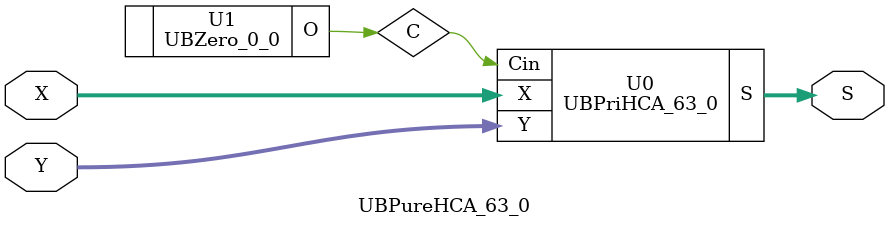
<source format=v>
/*----------------------------------------------------------------------------
  Copyright (c) 2021 Homma laboratory. All rights reserved.

  Top module: UBHCA_15_0_63_0

  Operand-1 length: 16
  Operand-2 length: 64
  Two-operand addition algorithm: Han-Carlson adder
----------------------------------------------------------------------------*/

module UB1DCON_0(O, I);
  output O;
  input I;
  assign O = I;
endmodule

module UB1DCON_1(O, I);
  output O;
  input I;
  assign O = I;
endmodule

module UB1DCON_2(O, I);
  output O;
  input I;
  assign O = I;
endmodule

module UB1DCON_3(O, I);
  output O;
  input I;
  assign O = I;
endmodule

module UB1DCON_4(O, I);
  output O;
  input I;
  assign O = I;
endmodule

module UB1DCON_5(O, I);
  output O;
  input I;
  assign O = I;
endmodule

module UB1DCON_6(O, I);
  output O;
  input I;
  assign O = I;
endmodule

module UB1DCON_7(O, I);
  output O;
  input I;
  assign O = I;
endmodule

module UB1DCON_8(O, I);
  output O;
  input I;
  assign O = I;
endmodule

module UB1DCON_9(O, I);
  output O;
  input I;
  assign O = I;
endmodule

module UB1DCON_10(O, I);
  output O;
  input I;
  assign O = I;
endmodule

module UB1DCON_11(O, I);
  output O;
  input I;
  assign O = I;
endmodule

module UB1DCON_12(O, I);
  output O;
  input I;
  assign O = I;
endmodule

module UB1DCON_13(O, I);
  output O;
  input I;
  assign O = I;
endmodule

module UB1DCON_14(O, I);
  output O;
  input I;
  assign O = I;
endmodule

module UB1DCON_15(O, I);
  output O;
  input I;
  assign O = I;
endmodule

module UBZero_63_16(O);
  output [63:16] O;
  assign O[16] = 0;
  assign O[17] = 0;
  assign O[18] = 0;
  assign O[19] = 0;
  assign O[20] = 0;
  assign O[21] = 0;
  assign O[22] = 0;
  assign O[23] = 0;
  assign O[24] = 0;
  assign O[25] = 0;
  assign O[26] = 0;
  assign O[27] = 0;
  assign O[28] = 0;
  assign O[29] = 0;
  assign O[30] = 0;
  assign O[31] = 0;
  assign O[32] = 0;
  assign O[33] = 0;
  assign O[34] = 0;
  assign O[35] = 0;
  assign O[36] = 0;
  assign O[37] = 0;
  assign O[38] = 0;
  assign O[39] = 0;
  assign O[40] = 0;
  assign O[41] = 0;
  assign O[42] = 0;
  assign O[43] = 0;
  assign O[44] = 0;
  assign O[45] = 0;
  assign O[46] = 0;
  assign O[47] = 0;
  assign O[48] = 0;
  assign O[49] = 0;
  assign O[50] = 0;
  assign O[51] = 0;
  assign O[52] = 0;
  assign O[53] = 0;
  assign O[54] = 0;
  assign O[55] = 0;
  assign O[56] = 0;
  assign O[57] = 0;
  assign O[58] = 0;
  assign O[59] = 0;
  assign O[60] = 0;
  assign O[61] = 0;
  assign O[62] = 0;
  assign O[63] = 0;
endmodule

module GPGenerator(Go, Po, A, B);
  output Go;
  output Po;
  input A;
  input B;
  assign Go = A & B;
  assign Po = A ^ B;
endmodule

module CarryOperator(Go, Po, Gi1, Pi1, Gi2, Pi2);
  output Go;
  output Po;
  input Gi1;
  input Gi2;
  input Pi1;
  input Pi2;
  assign Go = Gi1 | ( Gi2 & Pi1 );
  assign Po = Pi1 & Pi2;
endmodule

module UBPriHCA_63_0(S, X, Y, Cin);
  output [64:0] S;
  input Cin;
  input [63:0] X;
  input [63:0] Y;
  wire [63:0] G0;
  wire [63:0] G1;
  wire [63:0] G2;
  wire [63:0] G3;
  wire [63:0] G4;
  wire [63:0] G5;
  wire [63:0] G6;
  wire [63:0] G7;
  wire [63:0] P0;
  wire [63:0] P1;
  wire [63:0] P2;
  wire [63:0] P3;
  wire [63:0] P4;
  wire [63:0] P5;
  wire [63:0] P6;
  wire [63:0] P7;
  assign P1[0] = P0[0];
  assign G1[0] = G0[0];
  assign P1[2] = P0[2];
  assign G1[2] = G0[2];
  assign P1[4] = P0[4];
  assign G1[4] = G0[4];
  assign P1[6] = P0[6];
  assign G1[6] = G0[6];
  assign P1[8] = P0[8];
  assign G1[8] = G0[8];
  assign P1[10] = P0[10];
  assign G1[10] = G0[10];
  assign P1[12] = P0[12];
  assign G1[12] = G0[12];
  assign P1[14] = P0[14];
  assign G1[14] = G0[14];
  assign P1[16] = P0[16];
  assign G1[16] = G0[16];
  assign P1[18] = P0[18];
  assign G1[18] = G0[18];
  assign P1[20] = P0[20];
  assign G1[20] = G0[20];
  assign P1[22] = P0[22];
  assign G1[22] = G0[22];
  assign P1[24] = P0[24];
  assign G1[24] = G0[24];
  assign P1[26] = P0[26];
  assign G1[26] = G0[26];
  assign P1[28] = P0[28];
  assign G1[28] = G0[28];
  assign P1[30] = P0[30];
  assign G1[30] = G0[30];
  assign P1[32] = P0[32];
  assign G1[32] = G0[32];
  assign P1[34] = P0[34];
  assign G1[34] = G0[34];
  assign P1[36] = P0[36];
  assign G1[36] = G0[36];
  assign P1[38] = P0[38];
  assign G1[38] = G0[38];
  assign P1[40] = P0[40];
  assign G1[40] = G0[40];
  assign P1[42] = P0[42];
  assign G1[42] = G0[42];
  assign P1[44] = P0[44];
  assign G1[44] = G0[44];
  assign P1[46] = P0[46];
  assign G1[46] = G0[46];
  assign P1[48] = P0[48];
  assign G1[48] = G0[48];
  assign P1[50] = P0[50];
  assign G1[50] = G0[50];
  assign P1[52] = P0[52];
  assign G1[52] = G0[52];
  assign P1[54] = P0[54];
  assign G1[54] = G0[54];
  assign P1[56] = P0[56];
  assign G1[56] = G0[56];
  assign P1[58] = P0[58];
  assign G1[58] = G0[58];
  assign P1[60] = P0[60];
  assign G1[60] = G0[60];
  assign P1[62] = P0[62];
  assign G1[62] = G0[62];
  assign P2[0] = P1[0];
  assign G2[0] = G1[0];
  assign P2[1] = P1[1];
  assign G2[1] = G1[1];
  assign P2[2] = P1[2];
  assign G2[2] = G1[2];
  assign P2[4] = P1[4];
  assign G2[4] = G1[4];
  assign P2[6] = P1[6];
  assign G2[6] = G1[6];
  assign P2[8] = P1[8];
  assign G2[8] = G1[8];
  assign P2[10] = P1[10];
  assign G2[10] = G1[10];
  assign P2[12] = P1[12];
  assign G2[12] = G1[12];
  assign P2[14] = P1[14];
  assign G2[14] = G1[14];
  assign P2[16] = P1[16];
  assign G2[16] = G1[16];
  assign P2[18] = P1[18];
  assign G2[18] = G1[18];
  assign P2[20] = P1[20];
  assign G2[20] = G1[20];
  assign P2[22] = P1[22];
  assign G2[22] = G1[22];
  assign P2[24] = P1[24];
  assign G2[24] = G1[24];
  assign P2[26] = P1[26];
  assign G2[26] = G1[26];
  assign P2[28] = P1[28];
  assign G2[28] = G1[28];
  assign P2[30] = P1[30];
  assign G2[30] = G1[30];
  assign P2[32] = P1[32];
  assign G2[32] = G1[32];
  assign P2[34] = P1[34];
  assign G2[34] = G1[34];
  assign P2[36] = P1[36];
  assign G2[36] = G1[36];
  assign P2[38] = P1[38];
  assign G2[38] = G1[38];
  assign P2[40] = P1[40];
  assign G2[40] = G1[40];
  assign P2[42] = P1[42];
  assign G2[42] = G1[42];
  assign P2[44] = P1[44];
  assign G2[44] = G1[44];
  assign P2[46] = P1[46];
  assign G2[46] = G1[46];
  assign P2[48] = P1[48];
  assign G2[48] = G1[48];
  assign P2[50] = P1[50];
  assign G2[50] = G1[50];
  assign P2[52] = P1[52];
  assign G2[52] = G1[52];
  assign P2[54] = P1[54];
  assign G2[54] = G1[54];
  assign P2[56] = P1[56];
  assign G2[56] = G1[56];
  assign P2[58] = P1[58];
  assign G2[58] = G1[58];
  assign P2[60] = P1[60];
  assign G2[60] = G1[60];
  assign P2[62] = P1[62];
  assign G2[62] = G1[62];
  assign P3[0] = P2[0];
  assign G3[0] = G2[0];
  assign P3[1] = P2[1];
  assign G3[1] = G2[1];
  assign P3[2] = P2[2];
  assign G3[2] = G2[2];
  assign P3[3] = P2[3];
  assign G3[3] = G2[3];
  assign P3[4] = P2[4];
  assign G3[4] = G2[4];
  assign P3[6] = P2[6];
  assign G3[6] = G2[6];
  assign P3[8] = P2[8];
  assign G3[8] = G2[8];
  assign P3[10] = P2[10];
  assign G3[10] = G2[10];
  assign P3[12] = P2[12];
  assign G3[12] = G2[12];
  assign P3[14] = P2[14];
  assign G3[14] = G2[14];
  assign P3[16] = P2[16];
  assign G3[16] = G2[16];
  assign P3[18] = P2[18];
  assign G3[18] = G2[18];
  assign P3[20] = P2[20];
  assign G3[20] = G2[20];
  assign P3[22] = P2[22];
  assign G3[22] = G2[22];
  assign P3[24] = P2[24];
  assign G3[24] = G2[24];
  assign P3[26] = P2[26];
  assign G3[26] = G2[26];
  assign P3[28] = P2[28];
  assign G3[28] = G2[28];
  assign P3[30] = P2[30];
  assign G3[30] = G2[30];
  assign P3[32] = P2[32];
  assign G3[32] = G2[32];
  assign P3[34] = P2[34];
  assign G3[34] = G2[34];
  assign P3[36] = P2[36];
  assign G3[36] = G2[36];
  assign P3[38] = P2[38];
  assign G3[38] = G2[38];
  assign P3[40] = P2[40];
  assign G3[40] = G2[40];
  assign P3[42] = P2[42];
  assign G3[42] = G2[42];
  assign P3[44] = P2[44];
  assign G3[44] = G2[44];
  assign P3[46] = P2[46];
  assign G3[46] = G2[46];
  assign P3[48] = P2[48];
  assign G3[48] = G2[48];
  assign P3[50] = P2[50];
  assign G3[50] = G2[50];
  assign P3[52] = P2[52];
  assign G3[52] = G2[52];
  assign P3[54] = P2[54];
  assign G3[54] = G2[54];
  assign P3[56] = P2[56];
  assign G3[56] = G2[56];
  assign P3[58] = P2[58];
  assign G3[58] = G2[58];
  assign P3[60] = P2[60];
  assign G3[60] = G2[60];
  assign P3[62] = P2[62];
  assign G3[62] = G2[62];
  assign P4[0] = P3[0];
  assign G4[0] = G3[0];
  assign P4[1] = P3[1];
  assign G4[1] = G3[1];
  assign P4[2] = P3[2];
  assign G4[2] = G3[2];
  assign P4[3] = P3[3];
  assign G4[3] = G3[3];
  assign P4[4] = P3[4];
  assign G4[4] = G3[4];
  assign P4[5] = P3[5];
  assign G4[5] = G3[5];
  assign P4[6] = P3[6];
  assign G4[6] = G3[6];
  assign P4[7] = P3[7];
  assign G4[7] = G3[7];
  assign P4[8] = P3[8];
  assign G4[8] = G3[8];
  assign P4[10] = P3[10];
  assign G4[10] = G3[10];
  assign P4[12] = P3[12];
  assign G4[12] = G3[12];
  assign P4[14] = P3[14];
  assign G4[14] = G3[14];
  assign P4[16] = P3[16];
  assign G4[16] = G3[16];
  assign P4[18] = P3[18];
  assign G4[18] = G3[18];
  assign P4[20] = P3[20];
  assign G4[20] = G3[20];
  assign P4[22] = P3[22];
  assign G4[22] = G3[22];
  assign P4[24] = P3[24];
  assign G4[24] = G3[24];
  assign P4[26] = P3[26];
  assign G4[26] = G3[26];
  assign P4[28] = P3[28];
  assign G4[28] = G3[28];
  assign P4[30] = P3[30];
  assign G4[30] = G3[30];
  assign P4[32] = P3[32];
  assign G4[32] = G3[32];
  assign P4[34] = P3[34];
  assign G4[34] = G3[34];
  assign P4[36] = P3[36];
  assign G4[36] = G3[36];
  assign P4[38] = P3[38];
  assign G4[38] = G3[38];
  assign P4[40] = P3[40];
  assign G4[40] = G3[40];
  assign P4[42] = P3[42];
  assign G4[42] = G3[42];
  assign P4[44] = P3[44];
  assign G4[44] = G3[44];
  assign P4[46] = P3[46];
  assign G4[46] = G3[46];
  assign P4[48] = P3[48];
  assign G4[48] = G3[48];
  assign P4[50] = P3[50];
  assign G4[50] = G3[50];
  assign P4[52] = P3[52];
  assign G4[52] = G3[52];
  assign P4[54] = P3[54];
  assign G4[54] = G3[54];
  assign P4[56] = P3[56];
  assign G4[56] = G3[56];
  assign P4[58] = P3[58];
  assign G4[58] = G3[58];
  assign P4[60] = P3[60];
  assign G4[60] = G3[60];
  assign P4[62] = P3[62];
  assign G4[62] = G3[62];
  assign P5[0] = P4[0];
  assign G5[0] = G4[0];
  assign P5[1] = P4[1];
  assign G5[1] = G4[1];
  assign P5[2] = P4[2];
  assign G5[2] = G4[2];
  assign P5[3] = P4[3];
  assign G5[3] = G4[3];
  assign P5[4] = P4[4];
  assign G5[4] = G4[4];
  assign P5[5] = P4[5];
  assign G5[5] = G4[5];
  assign P5[6] = P4[6];
  assign G5[6] = G4[6];
  assign P5[7] = P4[7];
  assign G5[7] = G4[7];
  assign P5[8] = P4[8];
  assign G5[8] = G4[8];
  assign P5[9] = P4[9];
  assign G5[9] = G4[9];
  assign P5[10] = P4[10];
  assign G5[10] = G4[10];
  assign P5[11] = P4[11];
  assign G5[11] = G4[11];
  assign P5[12] = P4[12];
  assign G5[12] = G4[12];
  assign P5[13] = P4[13];
  assign G5[13] = G4[13];
  assign P5[14] = P4[14];
  assign G5[14] = G4[14];
  assign P5[15] = P4[15];
  assign G5[15] = G4[15];
  assign P5[16] = P4[16];
  assign G5[16] = G4[16];
  assign P5[18] = P4[18];
  assign G5[18] = G4[18];
  assign P5[20] = P4[20];
  assign G5[20] = G4[20];
  assign P5[22] = P4[22];
  assign G5[22] = G4[22];
  assign P5[24] = P4[24];
  assign G5[24] = G4[24];
  assign P5[26] = P4[26];
  assign G5[26] = G4[26];
  assign P5[28] = P4[28];
  assign G5[28] = G4[28];
  assign P5[30] = P4[30];
  assign G5[30] = G4[30];
  assign P5[32] = P4[32];
  assign G5[32] = G4[32];
  assign P5[34] = P4[34];
  assign G5[34] = G4[34];
  assign P5[36] = P4[36];
  assign G5[36] = G4[36];
  assign P5[38] = P4[38];
  assign G5[38] = G4[38];
  assign P5[40] = P4[40];
  assign G5[40] = G4[40];
  assign P5[42] = P4[42];
  assign G5[42] = G4[42];
  assign P5[44] = P4[44];
  assign G5[44] = G4[44];
  assign P5[46] = P4[46];
  assign G5[46] = G4[46];
  assign P5[48] = P4[48];
  assign G5[48] = G4[48];
  assign P5[50] = P4[50];
  assign G5[50] = G4[50];
  assign P5[52] = P4[52];
  assign G5[52] = G4[52];
  assign P5[54] = P4[54];
  assign G5[54] = G4[54];
  assign P5[56] = P4[56];
  assign G5[56] = G4[56];
  assign P5[58] = P4[58];
  assign G5[58] = G4[58];
  assign P5[60] = P4[60];
  assign G5[60] = G4[60];
  assign P5[62] = P4[62];
  assign G5[62] = G4[62];
  assign P6[0] = P5[0];
  assign G6[0] = G5[0];
  assign P6[1] = P5[1];
  assign G6[1] = G5[1];
  assign P6[2] = P5[2];
  assign G6[2] = G5[2];
  assign P6[3] = P5[3];
  assign G6[3] = G5[3];
  assign P6[4] = P5[4];
  assign G6[4] = G5[4];
  assign P6[5] = P5[5];
  assign G6[5] = G5[5];
  assign P6[6] = P5[6];
  assign G6[6] = G5[6];
  assign P6[7] = P5[7];
  assign G6[7] = G5[7];
  assign P6[8] = P5[8];
  assign G6[8] = G5[8];
  assign P6[9] = P5[9];
  assign G6[9] = G5[9];
  assign P6[10] = P5[10];
  assign G6[10] = G5[10];
  assign P6[11] = P5[11];
  assign G6[11] = G5[11];
  assign P6[12] = P5[12];
  assign G6[12] = G5[12];
  assign P6[13] = P5[13];
  assign G6[13] = G5[13];
  assign P6[14] = P5[14];
  assign G6[14] = G5[14];
  assign P6[15] = P5[15];
  assign G6[15] = G5[15];
  assign P6[16] = P5[16];
  assign G6[16] = G5[16];
  assign P6[17] = P5[17];
  assign G6[17] = G5[17];
  assign P6[18] = P5[18];
  assign G6[18] = G5[18];
  assign P6[19] = P5[19];
  assign G6[19] = G5[19];
  assign P6[20] = P5[20];
  assign G6[20] = G5[20];
  assign P6[21] = P5[21];
  assign G6[21] = G5[21];
  assign P6[22] = P5[22];
  assign G6[22] = G5[22];
  assign P6[23] = P5[23];
  assign G6[23] = G5[23];
  assign P6[24] = P5[24];
  assign G6[24] = G5[24];
  assign P6[25] = P5[25];
  assign G6[25] = G5[25];
  assign P6[26] = P5[26];
  assign G6[26] = G5[26];
  assign P6[27] = P5[27];
  assign G6[27] = G5[27];
  assign P6[28] = P5[28];
  assign G6[28] = G5[28];
  assign P6[29] = P5[29];
  assign G6[29] = G5[29];
  assign P6[30] = P5[30];
  assign G6[30] = G5[30];
  assign P6[31] = P5[31];
  assign G6[31] = G5[31];
  assign P6[32] = P5[32];
  assign G6[32] = G5[32];
  assign P6[34] = P5[34];
  assign G6[34] = G5[34];
  assign P6[36] = P5[36];
  assign G6[36] = G5[36];
  assign P6[38] = P5[38];
  assign G6[38] = G5[38];
  assign P6[40] = P5[40];
  assign G6[40] = G5[40];
  assign P6[42] = P5[42];
  assign G6[42] = G5[42];
  assign P6[44] = P5[44];
  assign G6[44] = G5[44];
  assign P6[46] = P5[46];
  assign G6[46] = G5[46];
  assign P6[48] = P5[48];
  assign G6[48] = G5[48];
  assign P6[50] = P5[50];
  assign G6[50] = G5[50];
  assign P6[52] = P5[52];
  assign G6[52] = G5[52];
  assign P6[54] = P5[54];
  assign G6[54] = G5[54];
  assign P6[56] = P5[56];
  assign G6[56] = G5[56];
  assign P6[58] = P5[58];
  assign G6[58] = G5[58];
  assign P6[60] = P5[60];
  assign G6[60] = G5[60];
  assign P6[62] = P5[62];
  assign G6[62] = G5[62];
  assign P7[0] = P6[0];
  assign G7[0] = G6[0];
  assign P7[1] = P6[1];
  assign G7[1] = G6[1];
  assign P7[3] = P6[3];
  assign G7[3] = G6[3];
  assign P7[5] = P6[5];
  assign G7[5] = G6[5];
  assign P7[7] = P6[7];
  assign G7[7] = G6[7];
  assign P7[9] = P6[9];
  assign G7[9] = G6[9];
  assign P7[11] = P6[11];
  assign G7[11] = G6[11];
  assign P7[13] = P6[13];
  assign G7[13] = G6[13];
  assign P7[15] = P6[15];
  assign G7[15] = G6[15];
  assign P7[17] = P6[17];
  assign G7[17] = G6[17];
  assign P7[19] = P6[19];
  assign G7[19] = G6[19];
  assign P7[21] = P6[21];
  assign G7[21] = G6[21];
  assign P7[23] = P6[23];
  assign G7[23] = G6[23];
  assign P7[25] = P6[25];
  assign G7[25] = G6[25];
  assign P7[27] = P6[27];
  assign G7[27] = G6[27];
  assign P7[29] = P6[29];
  assign G7[29] = G6[29];
  assign P7[31] = P6[31];
  assign G7[31] = G6[31];
  assign P7[33] = P6[33];
  assign G7[33] = G6[33];
  assign P7[35] = P6[35];
  assign G7[35] = G6[35];
  assign P7[37] = P6[37];
  assign G7[37] = G6[37];
  assign P7[39] = P6[39];
  assign G7[39] = G6[39];
  assign P7[41] = P6[41];
  assign G7[41] = G6[41];
  assign P7[43] = P6[43];
  assign G7[43] = G6[43];
  assign P7[45] = P6[45];
  assign G7[45] = G6[45];
  assign P7[47] = P6[47];
  assign G7[47] = G6[47];
  assign P7[49] = P6[49];
  assign G7[49] = G6[49];
  assign P7[51] = P6[51];
  assign G7[51] = G6[51];
  assign P7[53] = P6[53];
  assign G7[53] = G6[53];
  assign P7[55] = P6[55];
  assign G7[55] = G6[55];
  assign P7[57] = P6[57];
  assign G7[57] = G6[57];
  assign P7[59] = P6[59];
  assign G7[59] = G6[59];
  assign P7[61] = P6[61];
  assign G7[61] = G6[61];
  assign P7[63] = P6[63];
  assign G7[63] = G6[63];
  assign S[0] = Cin ^ P0[0];
  assign S[1] = ( G7[0] | ( P7[0] & Cin ) ) ^ P0[1];
  assign S[2] = ( G7[1] | ( P7[1] & Cin ) ) ^ P0[2];
  assign S[3] = ( G7[2] | ( P7[2] & Cin ) ) ^ P0[3];
  assign S[4] = ( G7[3] | ( P7[3] & Cin ) ) ^ P0[4];
  assign S[5] = ( G7[4] | ( P7[4] & Cin ) ) ^ P0[5];
  assign S[6] = ( G7[5] | ( P7[5] & Cin ) ) ^ P0[6];
  assign S[7] = ( G7[6] | ( P7[6] & Cin ) ) ^ P0[7];
  assign S[8] = ( G7[7] | ( P7[7] & Cin ) ) ^ P0[8];
  assign S[9] = ( G7[8] | ( P7[8] & Cin ) ) ^ P0[9];
  assign S[10] = ( G7[9] | ( P7[9] & Cin ) ) ^ P0[10];
  assign S[11] = ( G7[10] | ( P7[10] & Cin ) ) ^ P0[11];
  assign S[12] = ( G7[11] | ( P7[11] & Cin ) ) ^ P0[12];
  assign S[13] = ( G7[12] | ( P7[12] & Cin ) ) ^ P0[13];
  assign S[14] = ( G7[13] | ( P7[13] & Cin ) ) ^ P0[14];
  assign S[15] = ( G7[14] | ( P7[14] & Cin ) ) ^ P0[15];
  assign S[16] = ( G7[15] | ( P7[15] & Cin ) ) ^ P0[16];
  assign S[17] = ( G7[16] | ( P7[16] & Cin ) ) ^ P0[17];
  assign S[18] = ( G7[17] | ( P7[17] & Cin ) ) ^ P0[18];
  assign S[19] = ( G7[18] | ( P7[18] & Cin ) ) ^ P0[19];
  assign S[20] = ( G7[19] | ( P7[19] & Cin ) ) ^ P0[20];
  assign S[21] = ( G7[20] | ( P7[20] & Cin ) ) ^ P0[21];
  assign S[22] = ( G7[21] | ( P7[21] & Cin ) ) ^ P0[22];
  assign S[23] = ( G7[22] | ( P7[22] & Cin ) ) ^ P0[23];
  assign S[24] = ( G7[23] | ( P7[23] & Cin ) ) ^ P0[24];
  assign S[25] = ( G7[24] | ( P7[24] & Cin ) ) ^ P0[25];
  assign S[26] = ( G7[25] | ( P7[25] & Cin ) ) ^ P0[26];
  assign S[27] = ( G7[26] | ( P7[26] & Cin ) ) ^ P0[27];
  assign S[28] = ( G7[27] | ( P7[27] & Cin ) ) ^ P0[28];
  assign S[29] = ( G7[28] | ( P7[28] & Cin ) ) ^ P0[29];
  assign S[30] = ( G7[29] | ( P7[29] & Cin ) ) ^ P0[30];
  assign S[31] = ( G7[30] | ( P7[30] & Cin ) ) ^ P0[31];
  assign S[32] = ( G7[31] | ( P7[31] & Cin ) ) ^ P0[32];
  assign S[33] = ( G7[32] | ( P7[32] & Cin ) ) ^ P0[33];
  assign S[34] = ( G7[33] | ( P7[33] & Cin ) ) ^ P0[34];
  assign S[35] = ( G7[34] | ( P7[34] & Cin ) ) ^ P0[35];
  assign S[36] = ( G7[35] | ( P7[35] & Cin ) ) ^ P0[36];
  assign S[37] = ( G7[36] | ( P7[36] & Cin ) ) ^ P0[37];
  assign S[38] = ( G7[37] | ( P7[37] & Cin ) ) ^ P0[38];
  assign S[39] = ( G7[38] | ( P7[38] & Cin ) ) ^ P0[39];
  assign S[40] = ( G7[39] | ( P7[39] & Cin ) ) ^ P0[40];
  assign S[41] = ( G7[40] | ( P7[40] & Cin ) ) ^ P0[41];
  assign S[42] = ( G7[41] | ( P7[41] & Cin ) ) ^ P0[42];
  assign S[43] = ( G7[42] | ( P7[42] & Cin ) ) ^ P0[43];
  assign S[44] = ( G7[43] | ( P7[43] & Cin ) ) ^ P0[44];
  assign S[45] = ( G7[44] | ( P7[44] & Cin ) ) ^ P0[45];
  assign S[46] = ( G7[45] | ( P7[45] & Cin ) ) ^ P0[46];
  assign S[47] = ( G7[46] | ( P7[46] & Cin ) ) ^ P0[47];
  assign S[48] = ( G7[47] | ( P7[47] & Cin ) ) ^ P0[48];
  assign S[49] = ( G7[48] | ( P7[48] & Cin ) ) ^ P0[49];
  assign S[50] = ( G7[49] | ( P7[49] & Cin ) ) ^ P0[50];
  assign S[51] = ( G7[50] | ( P7[50] & Cin ) ) ^ P0[51];
  assign S[52] = ( G7[51] | ( P7[51] & Cin ) ) ^ P0[52];
  assign S[53] = ( G7[52] | ( P7[52] & Cin ) ) ^ P0[53];
  assign S[54] = ( G7[53] | ( P7[53] & Cin ) ) ^ P0[54];
  assign S[55] = ( G7[54] | ( P7[54] & Cin ) ) ^ P0[55];
  assign S[56] = ( G7[55] | ( P7[55] & Cin ) ) ^ P0[56];
  assign S[57] = ( G7[56] | ( P7[56] & Cin ) ) ^ P0[57];
  assign S[58] = ( G7[57] | ( P7[57] & Cin ) ) ^ P0[58];
  assign S[59] = ( G7[58] | ( P7[58] & Cin ) ) ^ P0[59];
  assign S[60] = ( G7[59] | ( P7[59] & Cin ) ) ^ P0[60];
  assign S[61] = ( G7[60] | ( P7[60] & Cin ) ) ^ P0[61];
  assign S[62] = ( G7[61] | ( P7[61] & Cin ) ) ^ P0[62];
  assign S[63] = ( G7[62] | ( P7[62] & Cin ) ) ^ P0[63];
  assign S[64] = G7[63] | ( P7[63] & Cin );
  GPGenerator U0 (G0[0], P0[0], X[0], Y[0]);
  GPGenerator U1 (G0[1], P0[1], X[1], Y[1]);
  GPGenerator U2 (G0[2], P0[2], X[2], Y[2]);
  GPGenerator U3 (G0[3], P0[3], X[3], Y[3]);
  GPGenerator U4 (G0[4], P0[4], X[4], Y[4]);
  GPGenerator U5 (G0[5], P0[5], X[5], Y[5]);
  GPGenerator U6 (G0[6], P0[6], X[6], Y[6]);
  GPGenerator U7 (G0[7], P0[7], X[7], Y[7]);
  GPGenerator U8 (G0[8], P0[8], X[8], Y[8]);
  GPGenerator U9 (G0[9], P0[9], X[9], Y[9]);
  GPGenerator U10 (G0[10], P0[10], X[10], Y[10]);
  GPGenerator U11 (G0[11], P0[11], X[11], Y[11]);
  GPGenerator U12 (G0[12], P0[12], X[12], Y[12]);
  GPGenerator U13 (G0[13], P0[13], X[13], Y[13]);
  GPGenerator U14 (G0[14], P0[14], X[14], Y[14]);
  GPGenerator U15 (G0[15], P0[15], X[15], Y[15]);
  GPGenerator U16 (G0[16], P0[16], X[16], Y[16]);
  GPGenerator U17 (G0[17], P0[17], X[17], Y[17]);
  GPGenerator U18 (G0[18], P0[18], X[18], Y[18]);
  GPGenerator U19 (G0[19], P0[19], X[19], Y[19]);
  GPGenerator U20 (G0[20], P0[20], X[20], Y[20]);
  GPGenerator U21 (G0[21], P0[21], X[21], Y[21]);
  GPGenerator U22 (G0[22], P0[22], X[22], Y[22]);
  GPGenerator U23 (G0[23], P0[23], X[23], Y[23]);
  GPGenerator U24 (G0[24], P0[24], X[24], Y[24]);
  GPGenerator U25 (G0[25], P0[25], X[25], Y[25]);
  GPGenerator U26 (G0[26], P0[26], X[26], Y[26]);
  GPGenerator U27 (G0[27], P0[27], X[27], Y[27]);
  GPGenerator U28 (G0[28], P0[28], X[28], Y[28]);
  GPGenerator U29 (G0[29], P0[29], X[29], Y[29]);
  GPGenerator U30 (G0[30], P0[30], X[30], Y[30]);
  GPGenerator U31 (G0[31], P0[31], X[31], Y[31]);
  GPGenerator U32 (G0[32], P0[32], X[32], Y[32]);
  GPGenerator U33 (G0[33], P0[33], X[33], Y[33]);
  GPGenerator U34 (G0[34], P0[34], X[34], Y[34]);
  GPGenerator U35 (G0[35], P0[35], X[35], Y[35]);
  GPGenerator U36 (G0[36], P0[36], X[36], Y[36]);
  GPGenerator U37 (G0[37], P0[37], X[37], Y[37]);
  GPGenerator U38 (G0[38], P0[38], X[38], Y[38]);
  GPGenerator U39 (G0[39], P0[39], X[39], Y[39]);
  GPGenerator U40 (G0[40], P0[40], X[40], Y[40]);
  GPGenerator U41 (G0[41], P0[41], X[41], Y[41]);
  GPGenerator U42 (G0[42], P0[42], X[42], Y[42]);
  GPGenerator U43 (G0[43], P0[43], X[43], Y[43]);
  GPGenerator U44 (G0[44], P0[44], X[44], Y[44]);
  GPGenerator U45 (G0[45], P0[45], X[45], Y[45]);
  GPGenerator U46 (G0[46], P0[46], X[46], Y[46]);
  GPGenerator U47 (G0[47], P0[47], X[47], Y[47]);
  GPGenerator U48 (G0[48], P0[48], X[48], Y[48]);
  GPGenerator U49 (G0[49], P0[49], X[49], Y[49]);
  GPGenerator U50 (G0[50], P0[50], X[50], Y[50]);
  GPGenerator U51 (G0[51], P0[51], X[51], Y[51]);
  GPGenerator U52 (G0[52], P0[52], X[52], Y[52]);
  GPGenerator U53 (G0[53], P0[53], X[53], Y[53]);
  GPGenerator U54 (G0[54], P0[54], X[54], Y[54]);
  GPGenerator U55 (G0[55], P0[55], X[55], Y[55]);
  GPGenerator U56 (G0[56], P0[56], X[56], Y[56]);
  GPGenerator U57 (G0[57], P0[57], X[57], Y[57]);
  GPGenerator U58 (G0[58], P0[58], X[58], Y[58]);
  GPGenerator U59 (G0[59], P0[59], X[59], Y[59]);
  GPGenerator U60 (G0[60], P0[60], X[60], Y[60]);
  GPGenerator U61 (G0[61], P0[61], X[61], Y[61]);
  GPGenerator U62 (G0[62], P0[62], X[62], Y[62]);
  GPGenerator U63 (G0[63], P0[63], X[63], Y[63]);
  CarryOperator U64 (G1[1], P1[1], G0[1], P0[1], G0[0], P0[0]);
  CarryOperator U65 (G1[3], P1[3], G0[3], P0[3], G0[2], P0[2]);
  CarryOperator U66 (G1[5], P1[5], G0[5], P0[5], G0[4], P0[4]);
  CarryOperator U67 (G1[7], P1[7], G0[7], P0[7], G0[6], P0[6]);
  CarryOperator U68 (G1[9], P1[9], G0[9], P0[9], G0[8], P0[8]);
  CarryOperator U69 (G1[11], P1[11], G0[11], P0[11], G0[10], P0[10]);
  CarryOperator U70 (G1[13], P1[13], G0[13], P0[13], G0[12], P0[12]);
  CarryOperator U71 (G1[15], P1[15], G0[15], P0[15], G0[14], P0[14]);
  CarryOperator U72 (G1[17], P1[17], G0[17], P0[17], G0[16], P0[16]);
  CarryOperator U73 (G1[19], P1[19], G0[19], P0[19], G0[18], P0[18]);
  CarryOperator U74 (G1[21], P1[21], G0[21], P0[21], G0[20], P0[20]);
  CarryOperator U75 (G1[23], P1[23], G0[23], P0[23], G0[22], P0[22]);
  CarryOperator U76 (G1[25], P1[25], G0[25], P0[25], G0[24], P0[24]);
  CarryOperator U77 (G1[27], P1[27], G0[27], P0[27], G0[26], P0[26]);
  CarryOperator U78 (G1[29], P1[29], G0[29], P0[29], G0[28], P0[28]);
  CarryOperator U79 (G1[31], P1[31], G0[31], P0[31], G0[30], P0[30]);
  CarryOperator U80 (G1[33], P1[33], G0[33], P0[33], G0[32], P0[32]);
  CarryOperator U81 (G1[35], P1[35], G0[35], P0[35], G0[34], P0[34]);
  CarryOperator U82 (G1[37], P1[37], G0[37], P0[37], G0[36], P0[36]);
  CarryOperator U83 (G1[39], P1[39], G0[39], P0[39], G0[38], P0[38]);
  CarryOperator U84 (G1[41], P1[41], G0[41], P0[41], G0[40], P0[40]);
  CarryOperator U85 (G1[43], P1[43], G0[43], P0[43], G0[42], P0[42]);
  CarryOperator U86 (G1[45], P1[45], G0[45], P0[45], G0[44], P0[44]);
  CarryOperator U87 (G1[47], P1[47], G0[47], P0[47], G0[46], P0[46]);
  CarryOperator U88 (G1[49], P1[49], G0[49], P0[49], G0[48], P0[48]);
  CarryOperator U89 (G1[51], P1[51], G0[51], P0[51], G0[50], P0[50]);
  CarryOperator U90 (G1[53], P1[53], G0[53], P0[53], G0[52], P0[52]);
  CarryOperator U91 (G1[55], P1[55], G0[55], P0[55], G0[54], P0[54]);
  CarryOperator U92 (G1[57], P1[57], G0[57], P0[57], G0[56], P0[56]);
  CarryOperator U93 (G1[59], P1[59], G0[59], P0[59], G0[58], P0[58]);
  CarryOperator U94 (G1[61], P1[61], G0[61], P0[61], G0[60], P0[60]);
  CarryOperator U95 (G1[63], P1[63], G0[63], P0[63], G0[62], P0[62]);
  CarryOperator U96 (G2[3], P2[3], G1[3], P1[3], G1[1], P1[1]);
  CarryOperator U97 (G2[5], P2[5], G1[5], P1[5], G1[3], P1[3]);
  CarryOperator U98 (G2[7], P2[7], G1[7], P1[7], G1[5], P1[5]);
  CarryOperator U99 (G2[9], P2[9], G1[9], P1[9], G1[7], P1[7]);
  CarryOperator U100 (G2[11], P2[11], G1[11], P1[11], G1[9], P1[9]);
  CarryOperator U101 (G2[13], P2[13], G1[13], P1[13], G1[11], P1[11]);
  CarryOperator U102 (G2[15], P2[15], G1[15], P1[15], G1[13], P1[13]);
  CarryOperator U103 (G2[17], P2[17], G1[17], P1[17], G1[15], P1[15]);
  CarryOperator U104 (G2[19], P2[19], G1[19], P1[19], G1[17], P1[17]);
  CarryOperator U105 (G2[21], P2[21], G1[21], P1[21], G1[19], P1[19]);
  CarryOperator U106 (G2[23], P2[23], G1[23], P1[23], G1[21], P1[21]);
  CarryOperator U107 (G2[25], P2[25], G1[25], P1[25], G1[23], P1[23]);
  CarryOperator U108 (G2[27], P2[27], G1[27], P1[27], G1[25], P1[25]);
  CarryOperator U109 (G2[29], P2[29], G1[29], P1[29], G1[27], P1[27]);
  CarryOperator U110 (G2[31], P2[31], G1[31], P1[31], G1[29], P1[29]);
  CarryOperator U111 (G2[33], P2[33], G1[33], P1[33], G1[31], P1[31]);
  CarryOperator U112 (G2[35], P2[35], G1[35], P1[35], G1[33], P1[33]);
  CarryOperator U113 (G2[37], P2[37], G1[37], P1[37], G1[35], P1[35]);
  CarryOperator U114 (G2[39], P2[39], G1[39], P1[39], G1[37], P1[37]);
  CarryOperator U115 (G2[41], P2[41], G1[41], P1[41], G1[39], P1[39]);
  CarryOperator U116 (G2[43], P2[43], G1[43], P1[43], G1[41], P1[41]);
  CarryOperator U117 (G2[45], P2[45], G1[45], P1[45], G1[43], P1[43]);
  CarryOperator U118 (G2[47], P2[47], G1[47], P1[47], G1[45], P1[45]);
  CarryOperator U119 (G2[49], P2[49], G1[49], P1[49], G1[47], P1[47]);
  CarryOperator U120 (G2[51], P2[51], G1[51], P1[51], G1[49], P1[49]);
  CarryOperator U121 (G2[53], P2[53], G1[53], P1[53], G1[51], P1[51]);
  CarryOperator U122 (G2[55], P2[55], G1[55], P1[55], G1[53], P1[53]);
  CarryOperator U123 (G2[57], P2[57], G1[57], P1[57], G1[55], P1[55]);
  CarryOperator U124 (G2[59], P2[59], G1[59], P1[59], G1[57], P1[57]);
  CarryOperator U125 (G2[61], P2[61], G1[61], P1[61], G1[59], P1[59]);
  CarryOperator U126 (G2[63], P2[63], G1[63], P1[63], G1[61], P1[61]);
  CarryOperator U127 (G3[5], P3[5], G2[5], P2[5], G2[1], P2[1]);
  CarryOperator U128 (G3[7], P3[7], G2[7], P2[7], G2[3], P2[3]);
  CarryOperator U129 (G3[9], P3[9], G2[9], P2[9], G2[5], P2[5]);
  CarryOperator U130 (G3[11], P3[11], G2[11], P2[11], G2[7], P2[7]);
  CarryOperator U131 (G3[13], P3[13], G2[13], P2[13], G2[9], P2[9]);
  CarryOperator U132 (G3[15], P3[15], G2[15], P2[15], G2[11], P2[11]);
  CarryOperator U133 (G3[17], P3[17], G2[17], P2[17], G2[13], P2[13]);
  CarryOperator U134 (G3[19], P3[19], G2[19], P2[19], G2[15], P2[15]);
  CarryOperator U135 (G3[21], P3[21], G2[21], P2[21], G2[17], P2[17]);
  CarryOperator U136 (G3[23], P3[23], G2[23], P2[23], G2[19], P2[19]);
  CarryOperator U137 (G3[25], P3[25], G2[25], P2[25], G2[21], P2[21]);
  CarryOperator U138 (G3[27], P3[27], G2[27], P2[27], G2[23], P2[23]);
  CarryOperator U139 (G3[29], P3[29], G2[29], P2[29], G2[25], P2[25]);
  CarryOperator U140 (G3[31], P3[31], G2[31], P2[31], G2[27], P2[27]);
  CarryOperator U141 (G3[33], P3[33], G2[33], P2[33], G2[29], P2[29]);
  CarryOperator U142 (G3[35], P3[35], G2[35], P2[35], G2[31], P2[31]);
  CarryOperator U143 (G3[37], P3[37], G2[37], P2[37], G2[33], P2[33]);
  CarryOperator U144 (G3[39], P3[39], G2[39], P2[39], G2[35], P2[35]);
  CarryOperator U145 (G3[41], P3[41], G2[41], P2[41], G2[37], P2[37]);
  CarryOperator U146 (G3[43], P3[43], G2[43], P2[43], G2[39], P2[39]);
  CarryOperator U147 (G3[45], P3[45], G2[45], P2[45], G2[41], P2[41]);
  CarryOperator U148 (G3[47], P3[47], G2[47], P2[47], G2[43], P2[43]);
  CarryOperator U149 (G3[49], P3[49], G2[49], P2[49], G2[45], P2[45]);
  CarryOperator U150 (G3[51], P3[51], G2[51], P2[51], G2[47], P2[47]);
  CarryOperator U151 (G3[53], P3[53], G2[53], P2[53], G2[49], P2[49]);
  CarryOperator U152 (G3[55], P3[55], G2[55], P2[55], G2[51], P2[51]);
  CarryOperator U153 (G3[57], P3[57], G2[57], P2[57], G2[53], P2[53]);
  CarryOperator U154 (G3[59], P3[59], G2[59], P2[59], G2[55], P2[55]);
  CarryOperator U155 (G3[61], P3[61], G2[61], P2[61], G2[57], P2[57]);
  CarryOperator U156 (G3[63], P3[63], G2[63], P2[63], G2[59], P2[59]);
  CarryOperator U157 (G4[9], P4[9], G3[9], P3[9], G3[1], P3[1]);
  CarryOperator U158 (G4[11], P4[11], G3[11], P3[11], G3[3], P3[3]);
  CarryOperator U159 (G4[13], P4[13], G3[13], P3[13], G3[5], P3[5]);
  CarryOperator U160 (G4[15], P4[15], G3[15], P3[15], G3[7], P3[7]);
  CarryOperator U161 (G4[17], P4[17], G3[17], P3[17], G3[9], P3[9]);
  CarryOperator U162 (G4[19], P4[19], G3[19], P3[19], G3[11], P3[11]);
  CarryOperator U163 (G4[21], P4[21], G3[21], P3[21], G3[13], P3[13]);
  CarryOperator U164 (G4[23], P4[23], G3[23], P3[23], G3[15], P3[15]);
  CarryOperator U165 (G4[25], P4[25], G3[25], P3[25], G3[17], P3[17]);
  CarryOperator U166 (G4[27], P4[27], G3[27], P3[27], G3[19], P3[19]);
  CarryOperator U167 (G4[29], P4[29], G3[29], P3[29], G3[21], P3[21]);
  CarryOperator U168 (G4[31], P4[31], G3[31], P3[31], G3[23], P3[23]);
  CarryOperator U169 (G4[33], P4[33], G3[33], P3[33], G3[25], P3[25]);
  CarryOperator U170 (G4[35], P4[35], G3[35], P3[35], G3[27], P3[27]);
  CarryOperator U171 (G4[37], P4[37], G3[37], P3[37], G3[29], P3[29]);
  CarryOperator U172 (G4[39], P4[39], G3[39], P3[39], G3[31], P3[31]);
  CarryOperator U173 (G4[41], P4[41], G3[41], P3[41], G3[33], P3[33]);
  CarryOperator U174 (G4[43], P4[43], G3[43], P3[43], G3[35], P3[35]);
  CarryOperator U175 (G4[45], P4[45], G3[45], P3[45], G3[37], P3[37]);
  CarryOperator U176 (G4[47], P4[47], G3[47], P3[47], G3[39], P3[39]);
  CarryOperator U177 (G4[49], P4[49], G3[49], P3[49], G3[41], P3[41]);
  CarryOperator U178 (G4[51], P4[51], G3[51], P3[51], G3[43], P3[43]);
  CarryOperator U179 (G4[53], P4[53], G3[53], P3[53], G3[45], P3[45]);
  CarryOperator U180 (G4[55], P4[55], G3[55], P3[55], G3[47], P3[47]);
  CarryOperator U181 (G4[57], P4[57], G3[57], P3[57], G3[49], P3[49]);
  CarryOperator U182 (G4[59], P4[59], G3[59], P3[59], G3[51], P3[51]);
  CarryOperator U183 (G4[61], P4[61], G3[61], P3[61], G3[53], P3[53]);
  CarryOperator U184 (G4[63], P4[63], G3[63], P3[63], G3[55], P3[55]);
  CarryOperator U185 (G5[17], P5[17], G4[17], P4[17], G4[1], P4[1]);
  CarryOperator U186 (G5[19], P5[19], G4[19], P4[19], G4[3], P4[3]);
  CarryOperator U187 (G5[21], P5[21], G4[21], P4[21], G4[5], P4[5]);
  CarryOperator U188 (G5[23], P5[23], G4[23], P4[23], G4[7], P4[7]);
  CarryOperator U189 (G5[25], P5[25], G4[25], P4[25], G4[9], P4[9]);
  CarryOperator U190 (G5[27], P5[27], G4[27], P4[27], G4[11], P4[11]);
  CarryOperator U191 (G5[29], P5[29], G4[29], P4[29], G4[13], P4[13]);
  CarryOperator U192 (G5[31], P5[31], G4[31], P4[31], G4[15], P4[15]);
  CarryOperator U193 (G5[33], P5[33], G4[33], P4[33], G4[17], P4[17]);
  CarryOperator U194 (G5[35], P5[35], G4[35], P4[35], G4[19], P4[19]);
  CarryOperator U195 (G5[37], P5[37], G4[37], P4[37], G4[21], P4[21]);
  CarryOperator U196 (G5[39], P5[39], G4[39], P4[39], G4[23], P4[23]);
  CarryOperator U197 (G5[41], P5[41], G4[41], P4[41], G4[25], P4[25]);
  CarryOperator U198 (G5[43], P5[43], G4[43], P4[43], G4[27], P4[27]);
  CarryOperator U199 (G5[45], P5[45], G4[45], P4[45], G4[29], P4[29]);
  CarryOperator U200 (G5[47], P5[47], G4[47], P4[47], G4[31], P4[31]);
  CarryOperator U201 (G5[49], P5[49], G4[49], P4[49], G4[33], P4[33]);
  CarryOperator U202 (G5[51], P5[51], G4[51], P4[51], G4[35], P4[35]);
  CarryOperator U203 (G5[53], P5[53], G4[53], P4[53], G4[37], P4[37]);
  CarryOperator U204 (G5[55], P5[55], G4[55], P4[55], G4[39], P4[39]);
  CarryOperator U205 (G5[57], P5[57], G4[57], P4[57], G4[41], P4[41]);
  CarryOperator U206 (G5[59], P5[59], G4[59], P4[59], G4[43], P4[43]);
  CarryOperator U207 (G5[61], P5[61], G4[61], P4[61], G4[45], P4[45]);
  CarryOperator U208 (G5[63], P5[63], G4[63], P4[63], G4[47], P4[47]);
  CarryOperator U209 (G6[33], P6[33], G5[33], P5[33], G5[1], P5[1]);
  CarryOperator U210 (G6[35], P6[35], G5[35], P5[35], G5[3], P5[3]);
  CarryOperator U211 (G6[37], P6[37], G5[37], P5[37], G5[5], P5[5]);
  CarryOperator U212 (G6[39], P6[39], G5[39], P5[39], G5[7], P5[7]);
  CarryOperator U213 (G6[41], P6[41], G5[41], P5[41], G5[9], P5[9]);
  CarryOperator U214 (G6[43], P6[43], G5[43], P5[43], G5[11], P5[11]);
  CarryOperator U215 (G6[45], P6[45], G5[45], P5[45], G5[13], P5[13]);
  CarryOperator U216 (G6[47], P6[47], G5[47], P5[47], G5[15], P5[15]);
  CarryOperator U217 (G6[49], P6[49], G5[49], P5[49], G5[17], P5[17]);
  CarryOperator U218 (G6[51], P6[51], G5[51], P5[51], G5[19], P5[19]);
  CarryOperator U219 (G6[53], P6[53], G5[53], P5[53], G5[21], P5[21]);
  CarryOperator U220 (G6[55], P6[55], G5[55], P5[55], G5[23], P5[23]);
  CarryOperator U221 (G6[57], P6[57], G5[57], P5[57], G5[25], P5[25]);
  CarryOperator U222 (G6[59], P6[59], G5[59], P5[59], G5[27], P5[27]);
  CarryOperator U223 (G6[61], P6[61], G5[61], P5[61], G5[29], P5[29]);
  CarryOperator U224 (G6[63], P6[63], G5[63], P5[63], G5[31], P5[31]);
  CarryOperator U225 (G7[2], P7[2], G6[2], P6[2], G6[1], P6[1]);
  CarryOperator U226 (G7[4], P7[4], G6[4], P6[4], G6[3], P6[3]);
  CarryOperator U227 (G7[6], P7[6], G6[6], P6[6], G6[5], P6[5]);
  CarryOperator U228 (G7[8], P7[8], G6[8], P6[8], G6[7], P6[7]);
  CarryOperator U229 (G7[10], P7[10], G6[10], P6[10], G6[9], P6[9]);
  CarryOperator U230 (G7[12], P7[12], G6[12], P6[12], G6[11], P6[11]);
  CarryOperator U231 (G7[14], P7[14], G6[14], P6[14], G6[13], P6[13]);
  CarryOperator U232 (G7[16], P7[16], G6[16], P6[16], G6[15], P6[15]);
  CarryOperator U233 (G7[18], P7[18], G6[18], P6[18], G6[17], P6[17]);
  CarryOperator U234 (G7[20], P7[20], G6[20], P6[20], G6[19], P6[19]);
  CarryOperator U235 (G7[22], P7[22], G6[22], P6[22], G6[21], P6[21]);
  CarryOperator U236 (G7[24], P7[24], G6[24], P6[24], G6[23], P6[23]);
  CarryOperator U237 (G7[26], P7[26], G6[26], P6[26], G6[25], P6[25]);
  CarryOperator U238 (G7[28], P7[28], G6[28], P6[28], G6[27], P6[27]);
  CarryOperator U239 (G7[30], P7[30], G6[30], P6[30], G6[29], P6[29]);
  CarryOperator U240 (G7[32], P7[32], G6[32], P6[32], G6[31], P6[31]);
  CarryOperator U241 (G7[34], P7[34], G6[34], P6[34], G6[33], P6[33]);
  CarryOperator U242 (G7[36], P7[36], G6[36], P6[36], G6[35], P6[35]);
  CarryOperator U243 (G7[38], P7[38], G6[38], P6[38], G6[37], P6[37]);
  CarryOperator U244 (G7[40], P7[40], G6[40], P6[40], G6[39], P6[39]);
  CarryOperator U245 (G7[42], P7[42], G6[42], P6[42], G6[41], P6[41]);
  CarryOperator U246 (G7[44], P7[44], G6[44], P6[44], G6[43], P6[43]);
  CarryOperator U247 (G7[46], P7[46], G6[46], P6[46], G6[45], P6[45]);
  CarryOperator U248 (G7[48], P7[48], G6[48], P6[48], G6[47], P6[47]);
  CarryOperator U249 (G7[50], P7[50], G6[50], P6[50], G6[49], P6[49]);
  CarryOperator U250 (G7[52], P7[52], G6[52], P6[52], G6[51], P6[51]);
  CarryOperator U251 (G7[54], P7[54], G6[54], P6[54], G6[53], P6[53]);
  CarryOperator U252 (G7[56], P7[56], G6[56], P6[56], G6[55], P6[55]);
  CarryOperator U253 (G7[58], P7[58], G6[58], P6[58], G6[57], P6[57]);
  CarryOperator U254 (G7[60], P7[60], G6[60], P6[60], G6[59], P6[59]);
  CarryOperator U255 (G7[62], P7[62], G6[62], P6[62], G6[61], P6[61]);
endmodule

module UBZero_0_0(O);
  output [0:0] O;
  assign O[0] = 0;
endmodule

module UBCON_15_0 (O, I);
  output [15:0] O;
  input [15:0] I;
  UB1DCON_0 U0 (O[0], I[0]);
  UB1DCON_1 U1 (O[1], I[1]);
  UB1DCON_2 U2 (O[2], I[2]);
  UB1DCON_3 U3 (O[3], I[3]);
  UB1DCON_4 U4 (O[4], I[4]);
  UB1DCON_5 U5 (O[5], I[5]);
  UB1DCON_6 U6 (O[6], I[6]);
  UB1DCON_7 U7 (O[7], I[7]);
  UB1DCON_8 U8 (O[8], I[8]);
  UB1DCON_9 U9 (O[9], I[9]);
  UB1DCON_10 U10 (O[10], I[10]);
  UB1DCON_11 U11 (O[11], I[11]);
  UB1DCON_12 U12 (O[12], I[12]);
  UB1DCON_13 U13 (O[13], I[13]);
  UB1DCON_14 U14 (O[14], I[14]);
  UB1DCON_15 U15 (O[15], I[15]);
endmodule

module UBExtender_15_0_6000 (O, I);
  output [63:0] O;
  input [15:0] I;
  UBCON_15_0 U0 (O[15:0], I[15:0]);
  UBZero_63_16 U1 (O[63:16]);
endmodule

module UBHCA_15_0_63_0 (S, X, Y);
  output [64:0] S;
  input [15:0] X;
  input [63:0] Y;
  wire [63:0] Z;
  UBExtender_15_0_6000 U0 (Z[63:0], X[15:0]);
  UBPureHCA_63_0 U1 (S[64:0], Z[63:0], Y[63:0]);
endmodule

module UBPureHCA_63_0 (S, X, Y);
  output [64:0] S;
  input [63:0] X;
  input [63:0] Y;
  wire C;
  UBPriHCA_63_0 U0 (S, X, Y, C);
  UBZero_0_0 U1 (C);
endmodule


</source>
